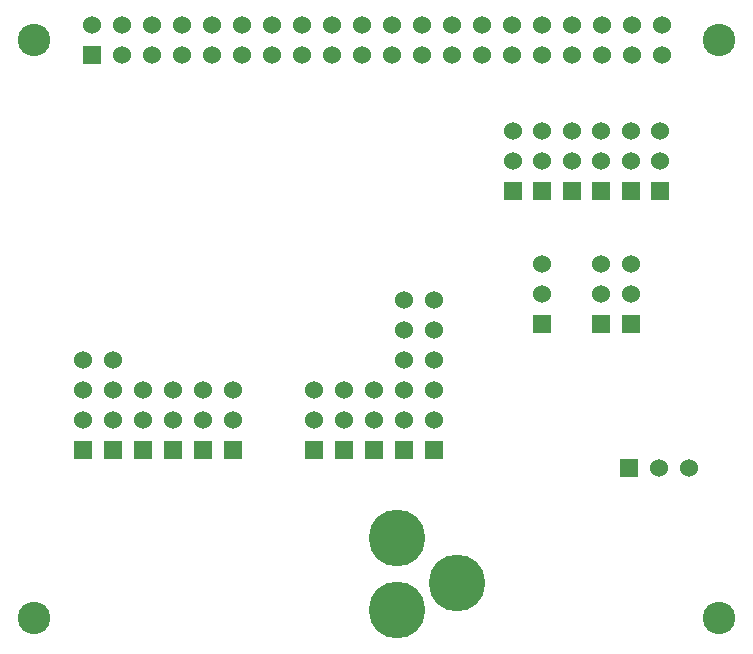
<source format=gbs>
G04 (created by PCBNEW (2013-05-31 BZR 4019)-stable) date 8/9/2014 12:33:10 AM*
%MOIN*%
G04 Gerber Fmt 3.4, Leading zero omitted, Abs format*
%FSLAX34Y34*%
G01*
G70*
G90*
G04 APERTURE LIST*
%ADD10C,0.00590551*%
%ADD11R,0.06X0.06*%
%ADD12C,0.06*%
%ADD13C,0.189*%
%ADD14C,0.108268*%
G04 APERTURE END LIST*
G54D10*
G54D11*
X4007Y-15070D03*
G54D12*
X4007Y-14070D03*
X4007Y-13070D03*
X4007Y-12070D03*
G54D11*
X5007Y-15070D03*
G54D12*
X5007Y-14070D03*
X5007Y-13070D03*
G54D11*
X7007Y-15070D03*
G54D12*
X7007Y-14070D03*
X7007Y-13070D03*
G54D11*
X10696Y-15070D03*
G54D12*
X10696Y-14070D03*
X10696Y-13070D03*
G54D11*
X12696Y-15070D03*
G54D12*
X12696Y-14070D03*
X12696Y-13070D03*
G54D11*
X8007Y-15070D03*
G54D12*
X8007Y-14070D03*
X8007Y-13070D03*
G54D11*
X11696Y-15070D03*
G54D12*
X11696Y-14070D03*
X11696Y-13070D03*
G54D11*
X14696Y-15070D03*
G54D12*
X14696Y-14070D03*
X14696Y-13070D03*
X14696Y-12070D03*
X14696Y-11070D03*
X14696Y-10070D03*
G54D11*
X3007Y-15070D03*
G54D12*
X3007Y-14070D03*
X3007Y-13070D03*
X3007Y-12070D03*
G54D11*
X6007Y-15070D03*
G54D12*
X6007Y-14070D03*
X6007Y-13070D03*
G54D11*
X13696Y-15070D03*
G54D12*
X13696Y-14070D03*
X13696Y-13070D03*
X13696Y-12070D03*
X13696Y-11070D03*
X13696Y-10070D03*
G54D13*
X13464Y-20393D03*
X13464Y-17993D03*
X15464Y-19493D03*
G54D11*
X17322Y-6413D03*
G54D12*
X17322Y-5413D03*
X17322Y-4413D03*
G54D11*
X18307Y-6413D03*
G54D12*
X18307Y-5413D03*
X18307Y-4413D03*
G54D11*
X19291Y-6413D03*
G54D12*
X19291Y-5413D03*
X19291Y-4413D03*
G54D11*
X20275Y-6413D03*
G54D12*
X20275Y-5413D03*
X20275Y-4413D03*
G54D11*
X21259Y-6413D03*
G54D12*
X21259Y-5413D03*
X21259Y-4413D03*
G54D11*
X18307Y-10842D03*
G54D12*
X18307Y-9842D03*
X18307Y-8842D03*
G54D11*
X20275Y-10842D03*
G54D12*
X20275Y-9842D03*
X20275Y-8842D03*
G54D11*
X21259Y-10842D03*
G54D12*
X21259Y-9842D03*
X21259Y-8842D03*
G54D11*
X22244Y-6413D03*
G54D12*
X22244Y-5413D03*
X22244Y-4413D03*
G54D11*
X3295Y-1877D03*
G54D12*
X3295Y-877D03*
X8295Y-1877D03*
X4295Y-877D03*
X9295Y-1877D03*
X5295Y-877D03*
X10295Y-1877D03*
X6295Y-877D03*
X11295Y-1877D03*
X7295Y-877D03*
X12295Y-1877D03*
X8295Y-877D03*
X13295Y-1877D03*
X9295Y-877D03*
X14295Y-1877D03*
X10295Y-877D03*
X15295Y-1877D03*
X11295Y-877D03*
X16295Y-1877D03*
X12295Y-877D03*
X17295Y-1877D03*
X13295Y-877D03*
X18295Y-1877D03*
X14295Y-877D03*
X15295Y-877D03*
X19295Y-1877D03*
X16295Y-877D03*
X18295Y-877D03*
X19295Y-877D03*
X20295Y-877D03*
X21295Y-877D03*
X20295Y-1877D03*
X21295Y-1877D03*
X4295Y-1877D03*
X5295Y-1877D03*
X6295Y-1877D03*
X7295Y-1877D03*
X22295Y-1877D03*
X22295Y-877D03*
X17295Y-877D03*
G54D11*
X21204Y-15669D03*
G54D12*
X22204Y-15669D03*
X23204Y-15669D03*
G54D14*
X1377Y-1377D03*
X24212Y-1377D03*
X1377Y-20669D03*
X24212Y-20669D03*
M02*

</source>
